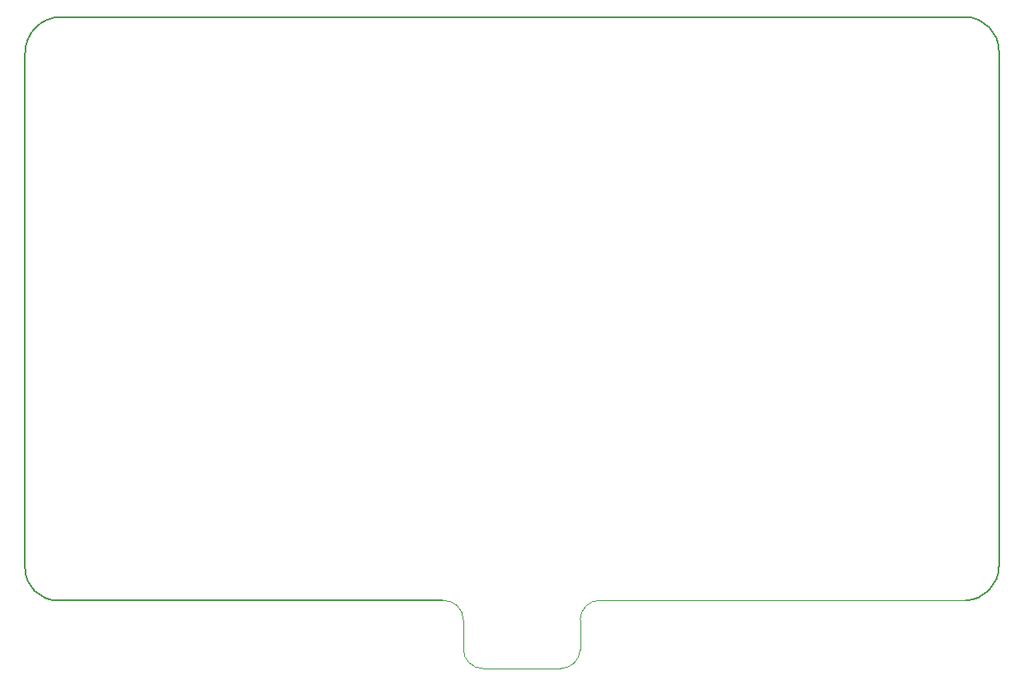
<source format=gbr>
%TF.GenerationSoftware,KiCad,Pcbnew,5.1.9-73d0e3b20d~88~ubuntu20.04.1*%
%TF.CreationDate,2021-02-13T15:49:50+00:00*%
%TF.ProjectId,driva-x2,64726976-612d-4783-922e-6b696361645f,rev?*%
%TF.SameCoordinates,Original*%
%TF.FileFunction,Profile,NP*%
%FSLAX46Y46*%
G04 Gerber Fmt 4.6, Leading zero omitted, Abs format (unit mm)*
G04 Created by KiCad (PCBNEW 5.1.9-73d0e3b20d~88~ubuntu20.04.1) date 2021-02-13 15:49:50*
%MOMM*%
%LPD*%
G01*
G04 APERTURE LIST*
%TA.AperFunction,Profile*%
%ADD10C,0.050000*%
%TD*%
%TA.AperFunction,Profile*%
%ADD11C,0.150000*%
%TD*%
G04 APERTURE END LIST*
D10*
X158598572Y-90000000D02*
X121000000Y-90000000D01*
X119000000Y-92000000D02*
G75*
G02*
X121000000Y-90000000I2000000J0D01*
G01*
X104900000Y-90002495D02*
G75*
G02*
X106999875Y-92000000I99875J-1997505D01*
G01*
X109000000Y-97000000D02*
G75*
G02*
X107000002Y-95000001I1J1999999D01*
G01*
X119000000Y-95100000D02*
G75*
G02*
X117002495Y-97000125I-1997505J99875D01*
G01*
X117002495Y-97000125D02*
X109000000Y-97000000D01*
X119000000Y-95100000D02*
X119000000Y-92000000D01*
X107000000Y-92000000D02*
X107000001Y-95000000D01*
D11*
X65300000Y-90000000D02*
G75*
G02*
X62000000Y-86700000I0J3300000D01*
G01*
X62000000Y-33700000D02*
G75*
G02*
X65700000Y-30000000I3700000J0D01*
G01*
X158599959Y-30001428D02*
G75*
G02*
X162000000Y-33500000I-99959J-3498572D01*
G01*
X162000000Y-86500000D02*
G75*
G02*
X158598572Y-90000000I-3501428J0D01*
G01*
X62000000Y-86700000D02*
X62000000Y-33700000D01*
X104900000Y-90002495D02*
X65300000Y-90000000D01*
X162000000Y-33500000D02*
X162001389Y-86500000D01*
X65700000Y-30000000D02*
X158599959Y-30001428D01*
M02*

</source>
